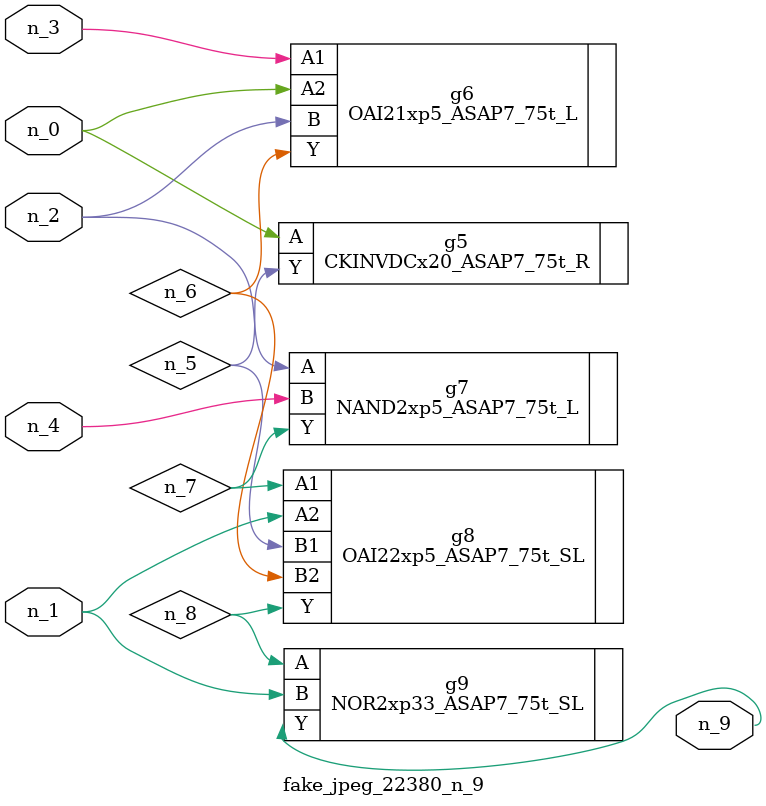
<source format=v>
module fake_jpeg_22380_n_9 (n_3, n_2, n_1, n_0, n_4, n_9);

input n_3;
input n_2;
input n_1;
input n_0;
input n_4;

output n_9;

wire n_8;
wire n_6;
wire n_5;
wire n_7;

CKINVDCx20_ASAP7_75t_R g5 ( 
.A(n_0),
.Y(n_5)
);

OAI21xp5_ASAP7_75t_L g6 ( 
.A1(n_3),
.A2(n_0),
.B(n_2),
.Y(n_6)
);

NAND2xp5_ASAP7_75t_L g7 ( 
.A(n_2),
.B(n_4),
.Y(n_7)
);

OAI22xp5_ASAP7_75t_SL g8 ( 
.A1(n_7),
.A2(n_1),
.B1(n_5),
.B2(n_6),
.Y(n_8)
);

NOR2xp33_ASAP7_75t_SL g9 ( 
.A(n_8),
.B(n_1),
.Y(n_9)
);


endmodule
</source>
